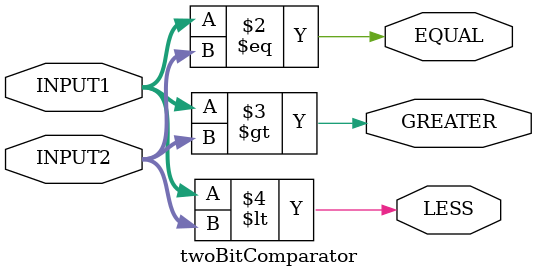
<source format=v>
module twoBitComparator(INPUT1, INPUT2, EQUAL, GREATER, LESS);
  input [1:0] INPUT1, INPUT2;
  output reg EQUAL, GREATER, LESS;
  
  always @(*)
  begin
    EQUAL = ({INPUT1[1],INPUT1[0]} ==  {INPUT2[1],INPUT2[0]});
    GREATER = ({INPUT1[1],INPUT1[0]} >  {INPUT2[1],INPUT2[0]});
    LESS = ({INPUT1[1],INPUT1[0]} <  {INPUT2[1],INPUT2[0]});
  end
endmodule
    
</source>
